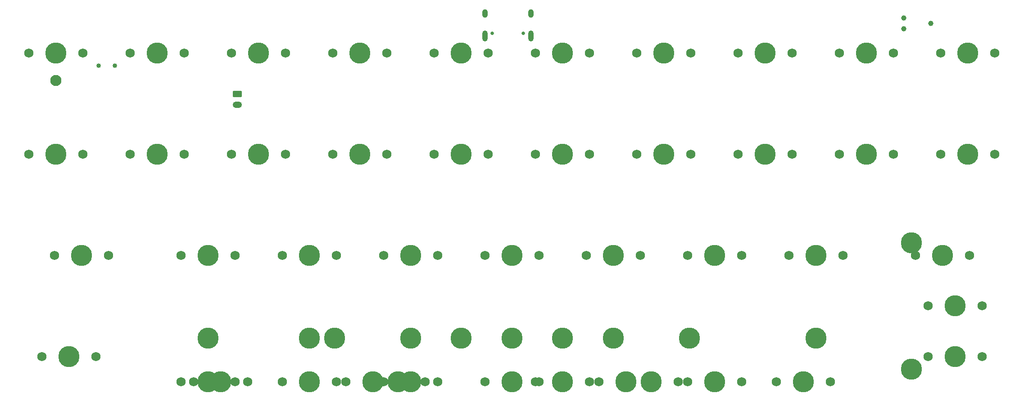
<source format=gbr>
%TF.GenerationSoftware,KiCad,Pcbnew,8.0.8*%
%TF.CreationDate,2025-05-03T23:17:49+02:00*%
%TF.ProjectId,pandemonium BLE e7 cutout,70616e64-656d-46f6-9e69-756d20424c45,rev?*%
%TF.SameCoordinates,Original*%
%TF.FileFunction,Soldermask,Top*%
%TF.FilePolarity,Negative*%
%FSLAX46Y46*%
G04 Gerber Fmt 4.6, Leading zero omitted, Abs format (unit mm)*
G04 Created by KiCad (PCBNEW 8.0.8) date 2025-05-03 23:17:49*
%MOMM*%
%LPD*%
G01*
G04 APERTURE LIST*
G04 Aperture macros list*
%AMRoundRect*
0 Rectangle with rounded corners*
0 $1 Rounding radius*
0 $2 $3 $4 $5 $6 $7 $8 $9 X,Y pos of 4 corners*
0 Add a 4 corners polygon primitive as box body*
4,1,4,$2,$3,$4,$5,$6,$7,$8,$9,$2,$3,0*
0 Add four circle primitives for the rounded corners*
1,1,$1+$1,$2,$3*
1,1,$1+$1,$4,$5*
1,1,$1+$1,$6,$7*
1,1,$1+$1,$8,$9*
0 Add four rect primitives between the rounded corners*
20,1,$1+$1,$2,$3,$4,$5,0*
20,1,$1+$1,$4,$5,$6,$7,0*
20,1,$1+$1,$6,$7,$8,$9,0*
20,1,$1+$1,$8,$9,$2,$3,0*%
G04 Aperture macros list end*
%ADD10C,1.750000*%
%ADD11C,3.987800*%
%ADD12C,0.990600*%
%ADD13RoundRect,0.250000X-0.625000X0.350000X-0.625000X-0.350000X0.625000X-0.350000X0.625000X0.350000X0*%
%ADD14O,1.750000X1.200000*%
%ADD15C,0.850000*%
%ADD16C,2.100000*%
%ADD17C,0.650000*%
%ADD18O,1.000000X1.600000*%
%ADD19O,1.000000X2.100000*%
G04 APERTURE END LIST*
D10*
%TO.C,MX42*%
X143351250Y-95250000D03*
D11*
X148431250Y-95250000D03*
D10*
X153511250Y-95250000D03*
%TD*%
%TO.C,MX14*%
X64770000Y-95250000D03*
D11*
X69850000Y-95250000D03*
D10*
X74930000Y-95250000D03*
%TD*%
%TO.C,MX41*%
X202882500Y-71437500D03*
D11*
X207962500Y-71437500D03*
D10*
X213042500Y-71437500D03*
%TD*%
%TO.C,MX5*%
X40957500Y-71437500D03*
D11*
X46037500Y-71437500D03*
D10*
X51117500Y-71437500D03*
%TD*%
%TO.C,MX12*%
X64770000Y-71437500D03*
D11*
X69850000Y-71437500D03*
D10*
X74930000Y-71437500D03*
%TD*%
D11*
%TO.C,S2*%
X127000000Y-86995000D03*
X88900000Y-86995000D03*
%TD*%
D10*
%TO.C,MX35*%
X83820000Y-95250000D03*
D11*
X88900000Y-95250000D03*
D10*
X93980000Y-95250000D03*
%TD*%
%TO.C,MX43*%
X148113750Y-95250000D03*
D11*
X153193750Y-95250000D03*
D10*
X158273750Y-95250000D03*
%TD*%
%TO.C,MX26*%
X102870000Y-71437500D03*
D11*
X107950000Y-71437500D03*
D10*
X113030000Y-71437500D03*
%TD*%
%TO.C,MX16*%
X169545000Y-33337500D03*
D11*
X174625000Y-33337500D03*
D10*
X179705000Y-33337500D03*
%TD*%
%TO.C,MX31*%
X112395000Y-52387500D03*
D11*
X117475000Y-52387500D03*
D10*
X122555000Y-52387500D03*
%TD*%
%TO.C,MX29*%
X112395000Y-33337500D03*
D11*
X117475000Y-33337500D03*
D10*
X122555000Y-33337500D03*
%TD*%
%TO.C,MX36*%
X67151250Y-95250000D03*
D11*
X72231250Y-95250000D03*
D10*
X77311250Y-95250000D03*
%TD*%
%TO.C,MX8*%
X55245000Y-33337500D03*
D11*
X60325000Y-33337500D03*
D10*
X65405000Y-33337500D03*
%TD*%
%TO.C,MX37*%
X100488750Y-95250000D03*
D11*
X105568750Y-95250000D03*
D10*
X110648750Y-95250000D03*
%TD*%
D11*
%TO.C,S3*%
X184150000Y-86995000D03*
X146050000Y-86995000D03*
%TD*%
D10*
%TO.C,MX18*%
X169545000Y-52387500D03*
D11*
X174625000Y-52387500D03*
D10*
X179705000Y-52387500D03*
%TD*%
%TO.C,MX24*%
X93345000Y-52387500D03*
D11*
X98425000Y-52387500D03*
D10*
X103505000Y-52387500D03*
%TD*%
%TO.C,MX44*%
X176688750Y-95250000D03*
D11*
X181768750Y-95250000D03*
D10*
X186848750Y-95250000D03*
%TD*%
%TO.C,MX19*%
X83820000Y-71437500D03*
D11*
X88900000Y-71437500D03*
D10*
X93980000Y-71437500D03*
%TD*%
%TO.C,MX21*%
X102870000Y-95250000D03*
D11*
X107950000Y-95250000D03*
D10*
X113030000Y-95250000D03*
%TD*%
%TO.C,MX15*%
X74295000Y-33337500D03*
D11*
X79375000Y-33337500D03*
D10*
X84455000Y-33337500D03*
%TD*%
%TO.C,MX4*%
X131445000Y-52387500D03*
D11*
X136525000Y-52387500D03*
D10*
X141605000Y-52387500D03*
%TD*%
D11*
%TO.C,S5*%
X202088750Y-69056250D03*
X202088750Y-92868750D03*
%TD*%
D10*
%TO.C,MX2*%
X131445000Y-33337500D03*
D11*
X136525000Y-33337500D03*
D10*
X141605000Y-33337500D03*
%TD*%
%TO.C,MX11*%
X150495000Y-52387500D03*
D11*
X155575000Y-52387500D03*
D10*
X160655000Y-52387500D03*
%TD*%
%TO.C,MX9*%
X150495000Y-33337500D03*
D11*
X155575000Y-33337500D03*
D10*
X160655000Y-33337500D03*
%TD*%
%TO.C,MX38*%
X95726250Y-95250000D03*
D11*
X100806250Y-95250000D03*
D10*
X105886250Y-95250000D03*
%TD*%
%TO.C,MX40*%
X205263750Y-90487500D03*
D11*
X210343750Y-90487500D03*
D10*
X215423750Y-90487500D03*
%TD*%
D11*
%TO.C,S8*%
X184150000Y-86995000D03*
X88900000Y-86995000D03*
%TD*%
D10*
%TO.C,MX20*%
X179070000Y-71437500D03*
D11*
X184150000Y-71437500D03*
D10*
X189230000Y-71437500D03*
%TD*%
%TO.C,MX3*%
X36195000Y-52387500D03*
D11*
X41275000Y-52387500D03*
D10*
X46355000Y-52387500D03*
%TD*%
%TO.C,MX30*%
X207645000Y-33337500D03*
D11*
X212725000Y-33337500D03*
D10*
X217805000Y-33337500D03*
%TD*%
%TO.C,MX39*%
X121920000Y-95250000D03*
D11*
X127000000Y-95250000D03*
D10*
X132080000Y-95250000D03*
%TD*%
D11*
%TO.C,S6*%
X117475000Y-86995000D03*
X93662500Y-86995000D03*
%TD*%
D10*
%TO.C,MX6*%
X140970000Y-71437500D03*
D11*
X146050000Y-71437500D03*
D10*
X151130000Y-71437500D03*
%TD*%
D11*
%TO.C,S4*%
X107950000Y-86995000D03*
X69850000Y-86995000D03*
%TD*%
D10*
%TO.C,MX10*%
X55245000Y-52387500D03*
D11*
X60325000Y-52387500D03*
D10*
X65405000Y-52387500D03*
%TD*%
%TO.C,MX17*%
X74295000Y-52387500D03*
D11*
X79375000Y-52387500D03*
D10*
X84455000Y-52387500D03*
%TD*%
%TO.C,MX27*%
X205263750Y-80962500D03*
D11*
X210343750Y-80962500D03*
D10*
X215423750Y-80962500D03*
%TD*%
D11*
%TO.C,S9*%
X184150000Y-86995000D03*
X69850000Y-86995000D03*
%TD*%
D10*
%TO.C,MX23*%
X188595000Y-33337500D03*
D11*
X193675000Y-33337500D03*
D10*
X198755000Y-33337500D03*
%TD*%
%TO.C,MX1*%
X36195000Y-33337500D03*
D11*
X41275000Y-33337500D03*
D10*
X46355000Y-33337500D03*
%TD*%
%TO.C,MX22*%
X93345000Y-33337500D03*
D11*
X98425000Y-33337500D03*
D10*
X103505000Y-33337500D03*
%TD*%
%TO.C,MX25*%
X188595000Y-52387500D03*
D11*
X193675000Y-52387500D03*
D10*
X198755000Y-52387500D03*
%TD*%
D11*
%TO.C,S7*%
X160337500Y-86995000D03*
X136525000Y-86995000D03*
%TD*%
D10*
%TO.C,MX28*%
X160020000Y-95250000D03*
D11*
X165100000Y-95250000D03*
D10*
X170180000Y-95250000D03*
%TD*%
%TO.C,MX32*%
X217805000Y-52387500D03*
D11*
X212725000Y-52387500D03*
D10*
X207645000Y-52387500D03*
%TD*%
%TO.C,MX7*%
X38576250Y-90487500D03*
D11*
X43656250Y-90487500D03*
D10*
X48736250Y-90487500D03*
%TD*%
%TO.C,MX33*%
X121920000Y-71437500D03*
D11*
X127000000Y-71437500D03*
D10*
X132080000Y-71437500D03*
%TD*%
%TO.C,MX34*%
X131445000Y-95250000D03*
D11*
X136525000Y-95250000D03*
D10*
X141605000Y-95250000D03*
%TD*%
%TO.C,MX13*%
X160020000Y-71437500D03*
D11*
X165100000Y-71437500D03*
D10*
X170180000Y-71437500D03*
%TD*%
D12*
%TO.C,J1*%
X205740000Y-27781250D03*
X200660000Y-28797250D03*
X200660000Y-26765250D03*
%TD*%
D13*
%TO.C,J4*%
X75337500Y-41068750D03*
D14*
X75337500Y-43068750D03*
%TD*%
D15*
%TO.C,SW4*%
X52300000Y-35718750D03*
X49300000Y-35718750D03*
%TD*%
D16*
%TO.C,LED1*%
X41275000Y-38493750D03*
%TD*%
D17*
%TO.C,J2*%
X123316250Y-29587500D03*
X129096250Y-29587500D03*
D18*
X121886250Y-25937500D03*
D19*
X121886250Y-30117500D03*
D18*
X130526250Y-25937500D03*
D19*
X130526250Y-30117500D03*
%TD*%
M02*

</source>
